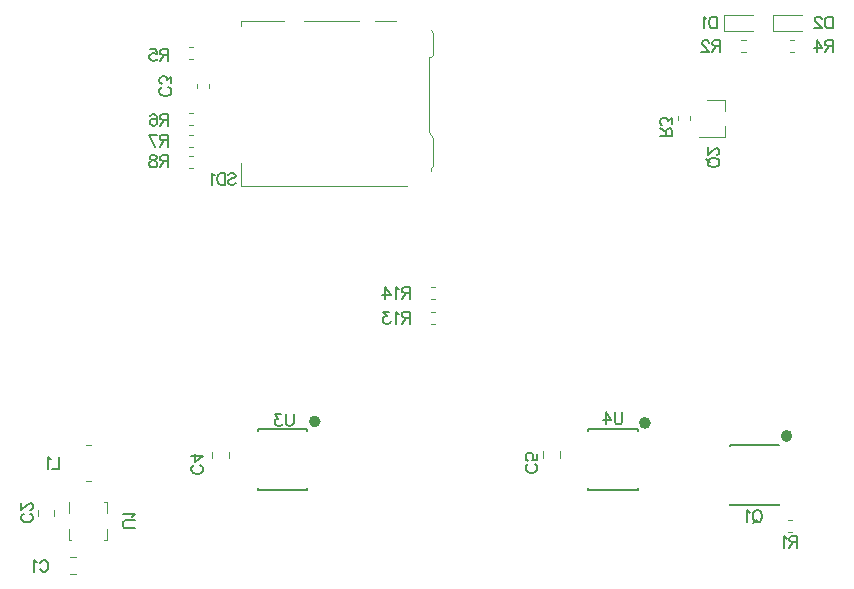
<source format=gbo>
G04*
G04 #@! TF.GenerationSoftware,Altium Limited,Altium Designer,20.1.14 (287)*
G04*
G04 Layer_Color=13158*
%FSLAX44Y44*%
%MOMM*%
G71*
G04*
G04 #@! TF.SameCoordinates,68B961FB-D7BC-4543-97B4-895A999656FA*
G04*
G04*
G04 #@! TF.FilePolarity,Positive*
G04*
G01*
G75*
%ADD11C,0.1500*%
%ADD54C,0.5000*%
%ADD61C,0.1200*%
D11*
X547786Y144270D02*
Y145720D01*
X267786Y144271D02*
Y145721D01*
X226286Y144271D02*
Y145721D01*
Y94221D02*
Y95671D01*
X267786Y94221D02*
Y95671D01*
X226286Y145721D02*
X267786D01*
X226286Y94221D02*
X267786D01*
X506286Y94220D02*
X547786D01*
X506286Y145720D02*
X547786D01*
Y94220D02*
Y95670D01*
X506286Y94220D02*
Y95670D01*
Y144270D02*
Y145720D01*
X626250Y131300D02*
X626250Y132750D01*
Y81250D02*
Y82700D01*
X667750Y81250D02*
Y82700D01*
X626250Y132750D02*
X667750D01*
X626250Y81250D02*
X667750D01*
X150000Y377498D02*
Y367500D01*
Y377498D02*
X145715D01*
X144287Y377022D01*
X143811Y376546D01*
X143335Y375593D01*
Y374641D01*
X143811Y373689D01*
X144287Y373213D01*
X145715Y372737D01*
X150000D01*
X146667D02*
X143335Y367500D01*
X138717Y377498D02*
X140145Y377022D01*
X140621Y376070D01*
Y375117D01*
X140145Y374165D01*
X139193Y373689D01*
X137288Y373213D01*
X135860Y372737D01*
X134908Y371785D01*
X134432Y370833D01*
Y369404D01*
X134908Y368452D01*
X135384Y367976D01*
X136812Y367500D01*
X138717D01*
X140145Y367976D01*
X140621Y368452D01*
X141097Y369404D01*
Y370833D01*
X140621Y371785D01*
X139669Y372737D01*
X138241Y373213D01*
X136336Y373689D01*
X135384Y374165D01*
X134908Y375117D01*
Y376070D01*
X135384Y377022D01*
X136812Y377498D01*
X138717D01*
X200835Y361070D02*
X201787Y362022D01*
X203215Y362498D01*
X205120D01*
X206548Y362022D01*
X207500Y361070D01*
Y360117D01*
X207024Y359165D01*
X206548Y358689D01*
X205596Y358213D01*
X202739Y357261D01*
X201787Y356785D01*
X201311Y356309D01*
X200835Y355356D01*
Y353928D01*
X201787Y352976D01*
X203215Y352500D01*
X205120D01*
X206548Y352976D01*
X207500Y353928D01*
X198597Y362498D02*
Y352500D01*
Y362498D02*
X195264D01*
X193836Y362022D01*
X192884Y361070D01*
X192408Y360117D01*
X191932Y358689D01*
Y356309D01*
X192408Y354880D01*
X192884Y353928D01*
X193836Y352976D01*
X195264Y352500D01*
X198597D01*
X189694Y360593D02*
X188742Y361070D01*
X187314Y362498D01*
Y352500D01*
X150000Y412498D02*
Y402500D01*
Y412498D02*
X145715D01*
X144287Y412022D01*
X143811Y411546D01*
X143335Y410593D01*
Y409641D01*
X143811Y408689D01*
X144287Y408213D01*
X145715Y407737D01*
X150000D01*
X146667D02*
X143335Y402500D01*
X135384Y411070D02*
X135860Y412022D01*
X137288Y412498D01*
X138241D01*
X139669Y412022D01*
X140621Y410593D01*
X141097Y408213D01*
Y405833D01*
X140621Y403928D01*
X139669Y402976D01*
X138241Y402500D01*
X137765D01*
X136336Y402976D01*
X135384Y403928D01*
X134908Y405356D01*
Y405833D01*
X135384Y407261D01*
X136336Y408213D01*
X137765Y408689D01*
X138241D01*
X139669Y408213D01*
X140621Y407261D01*
X141097Y405833D01*
X150000Y394998D02*
Y385000D01*
Y394998D02*
X145715D01*
X144287Y394522D01*
X143811Y394046D01*
X143335Y393093D01*
Y392141D01*
X143811Y391189D01*
X144287Y390713D01*
X145715Y390237D01*
X150000D01*
X146667D02*
X143335Y385000D01*
X134432Y394998D02*
X139193Y385000D01*
X141097Y394998D02*
X134432D01*
X683015Y54983D02*
Y44985D01*
Y54983D02*
X678730D01*
X677302Y54507D01*
X676825Y54031D01*
X676349Y53079D01*
Y52127D01*
X676825Y51175D01*
X677302Y50698D01*
X678730Y50222D01*
X683015D01*
X679682D02*
X676349Y44985D01*
X674112Y53079D02*
X673160Y53555D01*
X671731Y54983D01*
Y44985D01*
X617500Y474998D02*
Y465000D01*
Y474998D02*
X613215D01*
X611787Y474522D01*
X611311Y474046D01*
X610835Y473093D01*
Y472141D01*
X611311Y471189D01*
X611787Y470713D01*
X613215Y470237D01*
X617500D01*
X614167D02*
X610835Y465000D01*
X608121Y472617D02*
Y473093D01*
X607645Y474046D01*
X607169Y474522D01*
X606217Y474998D01*
X604312D01*
X603360Y474522D01*
X602884Y474046D01*
X602408Y473093D01*
Y472141D01*
X602884Y471189D01*
X603836Y469761D01*
X608597Y465000D01*
X601932D01*
X713000Y474998D02*
Y465000D01*
Y474998D02*
X708715D01*
X707287Y474522D01*
X706811Y474046D01*
X706335Y473093D01*
Y472141D01*
X706811Y471189D01*
X707287Y470713D01*
X708715Y470237D01*
X713000D01*
X709667D02*
X706335Y465000D01*
X699336Y474998D02*
X704097Y468333D01*
X696956D01*
X699336Y474998D02*
Y465000D01*
X150000Y467498D02*
Y457500D01*
Y467498D02*
X145715D01*
X144287Y467022D01*
X143811Y466546D01*
X143335Y465593D01*
Y464641D01*
X143811Y463689D01*
X144287Y463213D01*
X145715Y462737D01*
X150000D01*
X146667D02*
X143335Y457500D01*
X135384Y467498D02*
X140145D01*
X140621Y463213D01*
X140145Y463689D01*
X138717Y464165D01*
X137288D01*
X135860Y463689D01*
X134908Y462737D01*
X134432Y461309D01*
Y460356D01*
X134908Y458928D01*
X135860Y457976D01*
X137288Y457500D01*
X138717D01*
X140145Y457976D01*
X140621Y458452D01*
X141097Y459404D01*
X354964Y245027D02*
Y235029D01*
Y245027D02*
X350680D01*
X349251Y244551D01*
X348775Y244075D01*
X348299Y243123D01*
Y242171D01*
X348775Y241218D01*
X349251Y240742D01*
X350680Y240266D01*
X354964D01*
X351632D02*
X348299Y235029D01*
X346062Y243123D02*
X345109Y243599D01*
X343681Y245027D01*
Y235029D01*
X337777Y245027D02*
X332541D01*
X335397Y241218D01*
X333969D01*
X333017Y240742D01*
X332541Y240266D01*
X332065Y238838D01*
Y237886D01*
X332541Y236458D01*
X333493Y235505D01*
X334921Y235029D01*
X336349D01*
X337777Y235505D01*
X338254Y235982D01*
X338730Y236934D01*
X354964Y266027D02*
Y256029D01*
Y266027D02*
X350680D01*
X349251Y265551D01*
X348775Y265075D01*
X348299Y264123D01*
Y263171D01*
X348775Y262218D01*
X349251Y261742D01*
X350680Y261266D01*
X354964D01*
X351632D02*
X348299Y256029D01*
X346062Y264123D02*
X345109Y264599D01*
X343681Y266027D01*
Y256029D01*
X333969Y266027D02*
X338730Y259362D01*
X331588D01*
X333969Y266027D02*
Y256029D01*
X576998Y394000D02*
X567000D01*
X576998D02*
Y398285D01*
X576522Y399713D01*
X576046Y400189D01*
X575093Y400665D01*
X574141D01*
X573189Y400189D01*
X572713Y399713D01*
X572237Y398285D01*
Y394000D01*
Y397333D02*
X567000Y400665D01*
X576998Y403855D02*
Y409092D01*
X573189Y406236D01*
Y407664D01*
X572713Y408616D01*
X572237Y409092D01*
X570809Y409568D01*
X569856D01*
X568428Y409092D01*
X567476Y408140D01*
X567000Y406712D01*
Y405283D01*
X567476Y403855D01*
X567952Y403379D01*
X568904Y402903D01*
X617059Y370519D02*
X616582Y369567D01*
X615630Y368615D01*
X614678Y368139D01*
X613250Y367663D01*
X610869D01*
X609441Y368139D01*
X608489Y368615D01*
X607537Y369567D01*
X607061Y370519D01*
Y372424D01*
X607537Y373376D01*
X608489Y374328D01*
X609441Y374804D01*
X610869Y375280D01*
X613250D01*
X614678Y374804D01*
X615630Y374328D01*
X616582Y373376D01*
X617059Y372424D01*
Y370519D01*
X608965Y371948D02*
X606109Y374804D01*
X614678Y378089D02*
X615154D01*
X616106Y378565D01*
X616582Y379041D01*
X617059Y379994D01*
Y381898D01*
X616582Y382850D01*
X616106Y383326D01*
X615154Y383802D01*
X614202D01*
X613250Y383326D01*
X611822Y382374D01*
X607061Y377613D01*
Y384278D01*
X121998Y62000D02*
X114857D01*
X113428Y62476D01*
X112476Y63428D01*
X112000Y64857D01*
Y65809D01*
X112476Y67237D01*
X113428Y68189D01*
X114857Y68665D01*
X121998D01*
X120093Y71427D02*
X120570Y72379D01*
X121998Y73807D01*
X112000D01*
X460617Y116141D02*
X461570Y115665D01*
X462522Y114713D01*
X462998Y113761D01*
Y111856D01*
X462522Y110904D01*
X461570Y109952D01*
X460617Y109476D01*
X459189Y109000D01*
X456809D01*
X455380Y109476D01*
X454428Y109952D01*
X453476Y110904D01*
X453000Y111856D01*
Y113761D01*
X453476Y114713D01*
X454428Y115665D01*
X455380Y116141D01*
X462998Y124663D02*
Y119902D01*
X458713Y119426D01*
X459189Y119902D01*
X459665Y121331D01*
Y122759D01*
X459189Y124187D01*
X458237Y125139D01*
X456809Y125616D01*
X455857D01*
X454428Y125139D01*
X453476Y124187D01*
X453000Y122759D01*
Y121331D01*
X453476Y119902D01*
X453952Y119426D01*
X454904Y118950D01*
X177617Y115141D02*
X178570Y114665D01*
X179522Y113713D01*
X179998Y112761D01*
Y110857D01*
X179522Y109904D01*
X178570Y108952D01*
X177617Y108476D01*
X176189Y108000D01*
X173809D01*
X172380Y108476D01*
X171428Y108952D01*
X170476Y109904D01*
X170000Y110857D01*
Y112761D01*
X170476Y113713D01*
X171428Y114665D01*
X172380Y115141D01*
X179998Y122711D02*
X173333Y117950D01*
Y125092D01*
X179998Y122711D02*
X170000D01*
X33617Y74141D02*
X34570Y73665D01*
X35522Y72713D01*
X35998Y71761D01*
Y69857D01*
X35522Y68904D01*
X34570Y67952D01*
X33617Y67476D01*
X32189Y67000D01*
X29809D01*
X28380Y67476D01*
X27428Y67952D01*
X26476Y68904D01*
X26000Y69857D01*
Y71761D01*
X26476Y72713D01*
X27428Y73665D01*
X28380Y74141D01*
X33617Y77426D02*
X34093D01*
X35046Y77902D01*
X35522Y78379D01*
X35998Y79331D01*
Y81235D01*
X35522Y82187D01*
X35046Y82663D01*
X34093Y83139D01*
X33141D01*
X32189Y82663D01*
X30761Y81711D01*
X26000Y76950D01*
Y83616D01*
X41859Y32617D02*
X42335Y33570D01*
X43287Y34522D01*
X44239Y34998D01*
X46143D01*
X47096Y34522D01*
X48048Y33570D01*
X48524Y32617D01*
X49000Y31189D01*
Y28809D01*
X48524Y27380D01*
X48048Y26428D01*
X47096Y25476D01*
X46143Y25000D01*
X44239D01*
X43287Y25476D01*
X42335Y26428D01*
X41859Y27380D01*
X39050Y33094D02*
X38098Y33570D01*
X36669Y34998D01*
Y25000D01*
X615000Y494998D02*
Y485000D01*
Y494998D02*
X611667D01*
X610239Y494522D01*
X609287Y493570D01*
X608811Y492617D01*
X608335Y491189D01*
Y488809D01*
X608811Y487380D01*
X609287Y486428D01*
X610239Y485476D01*
X611667Y485000D01*
X615000D01*
X606097Y493093D02*
X605145Y493570D01*
X603717Y494998D01*
Y485000D01*
X713000Y494998D02*
Y485000D01*
Y494998D02*
X709667D01*
X708239Y494522D01*
X707287Y493570D01*
X706811Y492617D01*
X706335Y491189D01*
Y488809D01*
X706811Y487380D01*
X707287Y486428D01*
X708239Y485476D01*
X709667Y485000D01*
X713000D01*
X703621Y492617D02*
Y493093D01*
X703145Y494046D01*
X702669Y494522D01*
X701717Y494998D01*
X699812D01*
X698860Y494522D01*
X698384Y494046D01*
X697908Y493093D01*
Y492141D01*
X698384Y491189D01*
X699336Y489761D01*
X704097Y485000D01*
X697432D01*
X256582Y158470D02*
Y151328D01*
X256105Y149900D01*
X255153Y148948D01*
X253725Y148472D01*
X252773D01*
X251345Y148948D01*
X250392Y149900D01*
X249916Y151328D01*
Y158470D01*
X246203D02*
X240966D01*
X243822Y154661D01*
X242394D01*
X241442Y154185D01*
X240966Y153709D01*
X240490Y152281D01*
Y151328D01*
X240966Y149900D01*
X241918Y148948D01*
X243346Y148472D01*
X244775D01*
X246203Y148948D01*
X246679Y149424D01*
X247155Y150376D01*
X535000Y159998D02*
Y152857D01*
X534524Y151428D01*
X533572Y150476D01*
X532144Y150000D01*
X531191D01*
X529763Y150476D01*
X528811Y151428D01*
X528335Y152857D01*
Y159998D01*
X520812D02*
X525573Y153333D01*
X518432D01*
X520812Y159998D02*
Y150000D01*
X650144Y76998D02*
X651096Y76522D01*
X652048Y75570D01*
X652524Y74617D01*
X653000Y73189D01*
Y70809D01*
X652524Y69380D01*
X652048Y68428D01*
X651096Y67476D01*
X650144Y67000D01*
X648239D01*
X647287Y67476D01*
X646335Y68428D01*
X645859Y69380D01*
X645383Y70809D01*
Y73189D01*
X645859Y74617D01*
X646335Y75570D01*
X647287Y76522D01*
X648239Y76998D01*
X650144D01*
X648715Y68904D02*
X645859Y66048D01*
X643050Y75093D02*
X642098Y75570D01*
X640669Y76998D01*
Y67000D01*
X150617Y435141D02*
X151570Y434665D01*
X152522Y433713D01*
X152998Y432761D01*
Y430857D01*
X152522Y429904D01*
X151570Y428952D01*
X150617Y428476D01*
X149189Y428000D01*
X146809D01*
X145380Y428476D01*
X144428Y428952D01*
X143476Y429904D01*
X143000Y430857D01*
Y432761D01*
X143476Y433713D01*
X144428Y434665D01*
X145380Y435141D01*
X152998Y438902D02*
Y444139D01*
X149189Y441283D01*
Y442711D01*
X148713Y443663D01*
X148237Y444139D01*
X146809Y444616D01*
X145857D01*
X144428Y444139D01*
X143476Y443187D01*
X143000Y441759D01*
Y440331D01*
X143476Y438902D01*
X143952Y438426D01*
X144904Y437950D01*
X58000Y121998D02*
Y112000D01*
X52287D01*
X51192Y120093D02*
X50240Y120570D01*
X48811Y121998D01*
Y112000D01*
D54*
X676500Y140000D02*
G03*
X676500Y140000I-2500J0D01*
G01*
X277000Y152250D02*
G03*
X277000Y152250I-2500J0D01*
G01*
X556500Y151000D02*
G03*
X556500Y151000I-2500J0D01*
G01*
D61*
X168323Y366871D02*
X171748D01*
X168323Y377071D02*
X171748D01*
X371386Y397021D02*
X374886Y391921D01*
X372886Y364221D02*
Y366821D01*
X374886Y368821D01*
X372886Y460721D02*
X374886Y462821D01*
X371386Y460721D02*
X372886D01*
X371386Y397021D02*
Y460721D01*
X325286Y491721D02*
X343286D01*
X265286D02*
X312286D01*
X372886Y483421D02*
X374886Y481421D01*
Y462821D02*
Y481421D01*
Y368821D02*
Y391921D01*
X212186Y491721D02*
X248286D01*
X212186Y487221D02*
Y491721D01*
Y352021D02*
X352286D01*
X212186D02*
Y371221D01*
X168323Y402871D02*
X171748D01*
X168323Y413071D02*
X171748D01*
X168323Y395071D02*
X171748D01*
X168323Y384871D02*
X171748D01*
X675302Y58885D02*
X678727D01*
X675302Y69085D02*
X678727D01*
X635823Y475071D02*
X639248D01*
X635823Y464871D02*
X639248D01*
X677073D02*
X680498D01*
X677073Y475071D02*
X680498D01*
X168323Y458871D02*
X171748D01*
X168323Y469071D02*
X171748D01*
X373287Y234900D02*
X376713D01*
X373287Y245100D02*
X376713D01*
X373287Y255900D02*
X376713D01*
X373287Y266100D02*
X376713D01*
X581936Y407258D02*
Y410683D01*
X592136Y407258D02*
Y410683D01*
X621636Y415471D02*
Y424771D01*
Y393171D02*
Y402471D01*
X600036Y393171D02*
X621636D01*
X607036Y424771D02*
X621636D01*
X98750Y51750D02*
Y61500D01*
X66250Y74500D02*
Y84250D01*
Y51750D02*
Y61500D01*
X98750Y74500D02*
Y84250D01*
X66250Y51750D02*
X68500D01*
X96500D02*
X98750D01*
X96500Y84250D02*
X98750D01*
X482100Y121637D02*
Y126862D01*
X467900Y121637D02*
Y126862D01*
X187900Y121218D02*
Y126443D01*
X202100Y121218D02*
Y126443D01*
X39900Y72387D02*
Y77613D01*
X54100Y72387D02*
Y77613D01*
X67137Y22900D02*
X72362D01*
X67137Y37100D02*
X72362D01*
X620686Y483121D02*
X645536D01*
X620686D02*
Y496821D01*
X645536D01*
X662561D02*
X687411D01*
X662561Y483121D02*
Y496821D01*
Y483121D02*
X687411D01*
X185136Y434258D02*
Y437683D01*
X174936Y434258D02*
Y437683D01*
X80451Y131924D02*
X85451D01*
X80451Y102000D02*
X85451Y102000D01*
M02*

</source>
